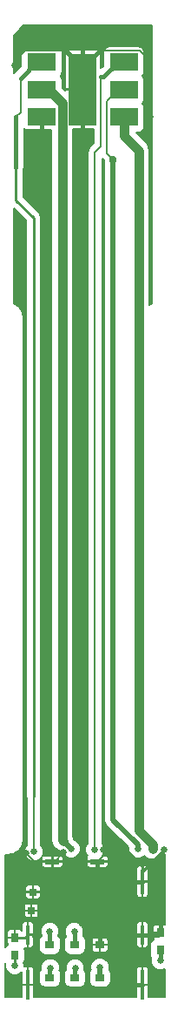
<source format=gtl>
G04 #@! TF.FileFunction,Copper,L1,Top,Signal*
%FSLAX46Y46*%
G04 Gerber Fmt 4.6, Leading zero omitted, Abs format (unit mm)*
G04 Created by KiCad (PCBNEW 4.0.2-stable) date 11/15/2017 1:36:56 PM*
%MOMM*%
G01*
G04 APERTURE LIST*
%ADD10C,0.050000*%
%ADD11R,2.800000X7.000000*%
%ADD12R,2.800000X1.800000*%
%ADD13R,0.800000X0.875000*%
%ADD14R,0.900000X0.700000*%
%ADD15R,0.450000X2.900000*%
%ADD16R,0.450000X1.900000*%
%ADD17R,0.450000X2.400000*%
%ADD18R,1.400000X0.500000*%
%ADD19R,0.750000X0.700000*%
%ADD20R,0.700000X0.700000*%
%ADD21C,0.635000*%
%ADD22C,0.203200*%
%ADD23C,0.254000*%
%ADD24C,0.508000*%
%ADD25C,0.381000*%
%ADD26C,0.152400*%
%ADD27C,0.889000*%
%ADD28C,0.635000*%
G04 APERTURE END LIST*
D10*
D11*
X35085142Y-30132015D03*
D12*
X39085142Y-32810215D03*
X39085142Y-30132015D03*
X39085142Y-27450215D03*
X31085142Y-27450215D03*
X31085142Y-30132015D03*
X31085142Y-32810215D03*
D13*
X42657382Y-112015335D03*
X42657382Y-113715335D03*
X28443542Y-112516615D03*
X28443542Y-114216615D03*
D14*
X34316542Y-116395215D03*
X36756542Y-116395215D03*
X31876542Y-116395215D03*
X34316542Y-113225215D03*
X31876542Y-113225215D03*
X36756542Y-113225215D03*
D15*
X29721542Y-117095215D03*
D16*
X29721542Y-112245215D03*
D15*
X40896542Y-117095215D03*
D16*
X40896542Y-112245215D03*
D17*
X40896542Y-107095215D03*
D18*
X36516542Y-105145215D03*
X32116542Y-105145215D03*
D19*
X30221542Y-108095215D03*
D20*
X30062542Y-109895215D03*
D21*
X33218742Y-104234415D03*
X39263942Y-103929615D03*
X43023142Y-103955015D03*
X37104508Y-103953391D03*
X36546142Y-106012415D03*
X39619542Y-107130015D03*
X36774742Y-111803615D03*
X29517247Y-104287681D03*
X31059742Y-109924015D03*
X30475542Y-112489415D03*
X30551742Y-116807415D03*
X39721142Y-112286215D03*
X39746542Y-117086815D03*
X42743742Y-110914615D03*
X41626142Y-32809615D03*
X41524542Y-30269615D03*
X41499142Y-27450215D03*
X35067862Y-35461375D03*
X31069902Y-35369935D03*
X28453702Y-27800735D03*
X38994702Y-24803535D03*
X30978462Y-24996575D03*
X35108502Y-24635895D03*
X28443542Y-115258015D03*
X33929942Y-103878815D03*
X34260142Y-111956015D03*
X41905542Y-103904215D03*
X36774742Y-115435815D03*
X42667542Y-114775415D03*
X30297742Y-104183615D03*
X31872542Y-111956015D03*
X40432342Y-103904215D03*
X34336342Y-115486615D03*
X36266742Y-103980415D03*
X31897942Y-115461215D03*
D22*
X32116542Y-105145215D02*
X32307942Y-105145215D01*
X32307942Y-105145215D02*
X33218742Y-104234415D01*
D23*
X40896542Y-107095215D02*
X40896542Y-105562215D01*
X40896542Y-105562215D02*
X39263942Y-103929615D01*
X40896542Y-107095215D02*
X40896542Y-106120215D01*
X40896542Y-106120215D02*
X43023142Y-103993615D01*
X43023142Y-103993615D02*
X43023142Y-103955015D01*
D24*
X32116542Y-105145215D02*
X32431066Y-105145215D01*
D22*
X36516542Y-105145215D02*
X37104508Y-104557249D01*
X37104508Y-104557249D02*
X37104508Y-103953391D01*
D25*
X36516542Y-105145215D02*
X36516542Y-105982815D01*
X36516542Y-105982815D02*
X36546142Y-106012415D01*
X40896542Y-107095215D02*
X39654342Y-107095215D01*
X39654342Y-107095215D02*
X39619542Y-107130015D01*
X36756542Y-113225215D02*
X36756542Y-111821815D01*
X36756542Y-111821815D02*
X36774742Y-111803615D01*
D22*
X30221542Y-108095215D02*
X30221542Y-104991976D01*
X30221542Y-104991976D02*
X29517247Y-104287681D01*
X30062542Y-109895215D02*
X31030942Y-109895215D01*
X31030942Y-109895215D02*
X31059742Y-109924015D01*
X29721542Y-112245215D02*
X30231342Y-112245215D01*
X30231342Y-112245215D02*
X30475542Y-112489415D01*
X29721542Y-117095215D02*
X30263942Y-117095215D01*
X30263942Y-117095215D02*
X30551742Y-116807415D01*
D23*
X28443542Y-112516615D02*
X29450142Y-112516615D01*
X29450142Y-112516615D02*
X29721542Y-112245215D01*
D25*
X40896542Y-112245215D02*
X39762142Y-112245215D01*
X39762142Y-112245215D02*
X39721142Y-112286215D01*
X40896542Y-117095215D02*
X39754942Y-117095215D01*
X39754942Y-117095215D02*
X39746542Y-117086815D01*
X40896542Y-112245215D02*
X42427502Y-112245215D01*
X42427502Y-112245215D02*
X42657382Y-112015335D01*
X42631982Y-109993335D02*
X42631982Y-110802855D01*
X42631982Y-110802855D02*
X42743742Y-110914615D01*
X42657382Y-112015335D02*
X42657382Y-111000975D01*
X42657382Y-111000975D02*
X42743742Y-110914615D01*
D26*
X41524542Y-30269615D02*
X41524542Y-32708015D01*
X41524542Y-32708015D02*
X41626142Y-32809615D01*
X35085142Y-28032015D02*
X36795543Y-26321614D01*
X36795543Y-26321614D02*
X40675341Y-26321614D01*
X40675341Y-26321614D02*
X41829342Y-27475615D01*
D25*
X35085142Y-30132015D02*
X35085142Y-35444095D01*
X35085142Y-35444095D02*
X35067862Y-35461375D01*
X31085142Y-32810215D02*
X31085142Y-35354695D01*
X31085142Y-35354695D02*
X31069902Y-35369935D01*
X35085142Y-28032015D02*
X33260441Y-26207314D01*
X33260441Y-26207314D02*
X29410821Y-26207314D01*
X29410821Y-26207314D02*
X28453702Y-27164433D01*
X28453702Y-27164433D02*
X28453702Y-27800735D01*
X35085142Y-28032015D02*
X38313622Y-24803535D01*
X38313622Y-24803535D02*
X38994702Y-24803535D01*
X35085142Y-30132015D02*
X35085142Y-28032015D01*
X35085142Y-28032015D02*
X32049702Y-24996575D01*
X32049702Y-24996575D02*
X31548724Y-24996575D01*
X31548724Y-24996575D02*
X30978462Y-24996575D01*
X35085142Y-30132015D02*
X35085142Y-24659255D01*
X35085142Y-24659255D02*
X35108502Y-24635895D01*
X34316542Y-113225215D02*
X34316542Y-112012415D01*
X34316542Y-112012415D02*
X34260142Y-111956015D01*
D23*
X28443542Y-114216615D02*
X28443542Y-115258015D01*
D27*
X33215241Y-103164114D02*
X33082043Y-103030916D01*
X31781364Y-30132015D02*
X31085142Y-30132015D01*
X33082043Y-103030916D02*
X33082043Y-31432694D01*
X33082043Y-31432694D02*
X31781364Y-30132015D01*
D24*
X33929942Y-103878815D02*
X33215241Y-103164114D01*
D28*
X33215241Y-31762114D02*
X31585142Y-30132015D01*
X31585142Y-30132015D02*
X31085142Y-30132015D01*
D25*
X31085142Y-30132015D02*
X30585142Y-30132015D01*
D27*
X40541981Y-38931015D02*
X40541981Y-37563976D01*
X40541981Y-102091642D02*
X40541981Y-38931015D01*
X39085142Y-34599215D02*
X40127542Y-35641615D01*
X40541981Y-38931015D02*
X40541981Y-36056054D01*
X40541981Y-36056054D02*
X40127542Y-35641615D01*
X41905542Y-103904215D02*
X41905542Y-103455203D01*
X41905542Y-103455203D02*
X40541981Y-102091642D01*
D24*
X36756542Y-116395215D02*
X36756542Y-115454015D01*
X36756542Y-115454015D02*
X36774742Y-115435815D01*
D25*
X42657382Y-114765255D02*
X42667542Y-114775415D01*
X42657382Y-113715335D02*
X42657382Y-114765255D01*
D27*
X39085142Y-32810215D02*
X39085142Y-34599215D01*
D25*
X29010342Y-29025015D02*
X30585142Y-27450215D01*
X28575622Y-37661015D02*
X28575622Y-32784215D01*
D22*
X29010342Y-29025015D02*
X29010342Y-32349495D01*
X29010342Y-32349495D02*
X28575622Y-32784215D01*
D23*
X30272342Y-97960615D02*
X30272342Y-98544815D01*
X30272342Y-98544815D02*
X30272342Y-98824215D01*
D22*
X30297742Y-104183615D02*
X30297742Y-98570215D01*
X30297742Y-98570215D02*
X30272342Y-98544815D01*
D25*
X31876542Y-113225215D02*
X31876542Y-111960015D01*
X31876542Y-111960015D02*
X31872542Y-111956015D01*
D23*
X30272342Y-42563215D02*
X30272342Y-97960615D01*
X28575622Y-40866495D02*
X30272342Y-42563215D01*
X28575622Y-37661015D02*
X28575622Y-40866495D01*
D25*
X30585142Y-27450215D02*
X31085142Y-27450215D01*
D24*
X40432342Y-103904215D02*
X40432342Y-103455203D01*
X40432342Y-103455203D02*
X38054902Y-101077763D01*
X38054902Y-101077763D02*
X38054902Y-36954895D01*
D25*
X34316542Y-116395215D02*
X34316542Y-115506415D01*
X34316542Y-115506415D02*
X34336342Y-115486615D01*
D28*
X38054902Y-36954895D02*
X38054902Y-36985375D01*
D26*
X37456541Y-36356534D02*
X38054902Y-36954895D01*
X39085142Y-30132015D02*
X38585142Y-30132015D01*
X38585142Y-30132015D02*
X37456541Y-31260616D01*
X37456541Y-31260616D02*
X37456541Y-36356534D01*
X36828043Y-35672234D02*
X36769662Y-35730615D01*
D22*
X36266742Y-103980415D02*
X36266742Y-36233535D01*
X36266742Y-36233535D02*
X36769662Y-35730615D01*
D25*
X31876542Y-116395215D02*
X31876542Y-115482615D01*
X31876542Y-115482615D02*
X31897942Y-115461215D01*
D26*
X36828043Y-28915834D02*
X36828043Y-35672234D01*
D25*
X36828043Y-28915834D02*
X37119523Y-28915834D01*
X37119523Y-28915834D02*
X38585142Y-27450215D01*
X38585142Y-27450215D02*
X39085142Y-27450215D01*
D22*
G36*
X41787742Y-50920329D02*
X41588081Y-51053738D01*
X41588081Y-36056054D01*
X41508451Y-35655729D01*
X41460432Y-35583863D01*
X41281685Y-35316349D01*
X40867248Y-34901913D01*
X40867246Y-34901910D01*
X40288936Y-34323601D01*
X40485142Y-34323601D01*
X40708082Y-34281652D01*
X40912838Y-34149895D01*
X41050202Y-33948857D01*
X41098528Y-33710215D01*
X41098528Y-31910215D01*
X41056579Y-31687275D01*
X40924822Y-31482519D01*
X40910851Y-31472973D01*
X40912838Y-31471695D01*
X41050202Y-31270657D01*
X41098528Y-31032015D01*
X41098528Y-29232015D01*
X41056579Y-29009075D01*
X40924822Y-28804319D01*
X40908138Y-28792919D01*
X40912838Y-28789895D01*
X41050202Y-28588857D01*
X41098528Y-28350215D01*
X41098528Y-26550215D01*
X41056579Y-26327275D01*
X40924822Y-26122519D01*
X40723784Y-25985155D01*
X40485142Y-25936829D01*
X37685142Y-25936829D01*
X37462202Y-25978778D01*
X37257446Y-26110535D01*
X37120082Y-26311573D01*
X37071756Y-26550215D01*
X37071756Y-27843403D01*
X36840742Y-28074417D01*
X36840742Y-26561282D01*
X36786605Y-26430584D01*
X36686573Y-26330552D01*
X36555875Y-26276415D01*
X35199442Y-26276415D01*
X35110542Y-26365315D01*
X35110542Y-30106615D01*
X35130542Y-30106615D01*
X35130542Y-30157415D01*
X35110542Y-30157415D01*
X35110542Y-33898715D01*
X35199442Y-33987615D01*
X36150243Y-33987615D01*
X36150243Y-35355559D01*
X35769505Y-35736298D01*
X35617070Y-35964432D01*
X35563542Y-36233535D01*
X35563542Y-103383718D01*
X35488021Y-103459107D01*
X35347802Y-103796793D01*
X35347483Y-104162433D01*
X35487113Y-104500363D01*
X35597710Y-104611153D01*
X35515079Y-104693784D01*
X35460942Y-104824482D01*
X35460942Y-105030915D01*
X35549842Y-105119815D01*
X36491142Y-105119815D01*
X36491142Y-105099815D01*
X36541942Y-105099815D01*
X36541942Y-105119815D01*
X37483242Y-105119815D01*
X37572142Y-105030915D01*
X37572142Y-104824482D01*
X37518005Y-104693784D01*
X37417973Y-104593752D01*
X37287275Y-104539615D01*
X37007505Y-104539615D01*
X37045463Y-104501723D01*
X37185682Y-104164037D01*
X37186001Y-103798397D01*
X37046371Y-103460467D01*
X36969942Y-103383904D01*
X36969942Y-36824853D01*
X36977264Y-36835811D01*
X37138030Y-36996577D01*
X37199302Y-37304612D01*
X37199302Y-101077758D01*
X37199301Y-101077763D01*
X37264431Y-101405187D01*
X37449901Y-101682764D01*
X39513380Y-103746242D01*
X39513083Y-104086233D01*
X39652713Y-104424163D01*
X39911034Y-104682936D01*
X40248720Y-104823155D01*
X40614360Y-104823474D01*
X40952290Y-104683844D01*
X41096395Y-104539991D01*
X41165838Y-104643919D01*
X41505217Y-104870685D01*
X41905542Y-104950315D01*
X42305867Y-104870685D01*
X42645246Y-104643919D01*
X42760411Y-104471563D01*
X43060051Y-104411961D01*
X43058969Y-111222235D01*
X42771682Y-111222235D01*
X42682782Y-111311135D01*
X42682782Y-111989935D01*
X42702782Y-111989935D01*
X42702782Y-112040735D01*
X42682782Y-112040735D01*
X42682782Y-112060735D01*
X42631982Y-112060735D01*
X42631982Y-112040735D01*
X41990682Y-112040735D01*
X41901782Y-112129635D01*
X41901782Y-112523568D01*
X41955919Y-112654266D01*
X42018384Y-112716731D01*
X41829686Y-112838155D01*
X41692322Y-113039193D01*
X41643996Y-113277835D01*
X41643996Y-114152835D01*
X41685945Y-114375775D01*
X41778546Y-114519680D01*
X41748602Y-114591793D01*
X41748283Y-114957433D01*
X41887913Y-115295363D01*
X42146234Y-115554136D01*
X42483920Y-115694355D01*
X42849560Y-115694674D01*
X43058272Y-115608436D01*
X43057850Y-118264415D01*
X41477142Y-118264415D01*
X41477142Y-117209515D01*
X41388242Y-117120615D01*
X40921942Y-117120615D01*
X40921942Y-117140615D01*
X40871142Y-117140615D01*
X40871142Y-117120615D01*
X40404842Y-117120615D01*
X40315942Y-117209515D01*
X40315942Y-118264415D01*
X30302142Y-118264415D01*
X30302142Y-117209515D01*
X30213242Y-117120615D01*
X29746942Y-117120615D01*
X29746942Y-117140615D01*
X29696142Y-117140615D01*
X29696142Y-117120615D01*
X29229842Y-117120615D01*
X29140942Y-117209515D01*
X29140942Y-118264415D01*
X27519512Y-118264415D01*
X27517403Y-114947451D01*
X27553816Y-115004037D01*
X27524602Y-115074393D01*
X27524283Y-115440033D01*
X27663913Y-115777963D01*
X27922234Y-116036736D01*
X28259920Y-116176955D01*
X28625560Y-116177274D01*
X28963490Y-116037644D01*
X29140942Y-115860502D01*
X29140942Y-116980915D01*
X29229842Y-117069815D01*
X29696142Y-117069815D01*
X29696142Y-115378515D01*
X29746942Y-115378515D01*
X29746942Y-117069815D01*
X30213242Y-117069815D01*
X30302142Y-116980915D01*
X30302142Y-116045215D01*
X30813156Y-116045215D01*
X30813156Y-116745215D01*
X30855105Y-116968155D01*
X30986862Y-117172911D01*
X31187900Y-117310275D01*
X31426542Y-117358601D01*
X32326542Y-117358601D01*
X32549482Y-117316652D01*
X32754238Y-117184895D01*
X32891602Y-116983857D01*
X32939928Y-116745215D01*
X32939928Y-116045215D01*
X33253156Y-116045215D01*
X33253156Y-116745215D01*
X33295105Y-116968155D01*
X33426862Y-117172911D01*
X33627900Y-117310275D01*
X33866542Y-117358601D01*
X34766542Y-117358601D01*
X34989482Y-117316652D01*
X35194238Y-117184895D01*
X35331602Y-116983857D01*
X35379928Y-116745215D01*
X35379928Y-116045215D01*
X35693156Y-116045215D01*
X35693156Y-116745215D01*
X35735105Y-116968155D01*
X35866862Y-117172911D01*
X36067900Y-117310275D01*
X36306542Y-117358601D01*
X37206542Y-117358601D01*
X37429482Y-117316652D01*
X37634238Y-117184895D01*
X37771602Y-116983857D01*
X37819928Y-116745215D01*
X37819928Y-116045215D01*
X37777979Y-115822275D01*
X37675552Y-115663099D01*
X37693682Y-115619437D01*
X37693721Y-115574482D01*
X40315942Y-115574482D01*
X40315942Y-116980915D01*
X40404842Y-117069815D01*
X40871142Y-117069815D01*
X40871142Y-115378515D01*
X40921942Y-115378515D01*
X40921942Y-117069815D01*
X41388242Y-117069815D01*
X41477142Y-116980915D01*
X41477142Y-115574482D01*
X41423005Y-115443784D01*
X41322973Y-115343752D01*
X41192275Y-115289615D01*
X41010842Y-115289615D01*
X40921942Y-115378515D01*
X40871142Y-115378515D01*
X40782242Y-115289615D01*
X40600809Y-115289615D01*
X40470111Y-115343752D01*
X40370079Y-115443784D01*
X40315942Y-115574482D01*
X37693721Y-115574482D01*
X37694001Y-115253797D01*
X37554371Y-114915867D01*
X37296050Y-114657094D01*
X36958364Y-114516875D01*
X36592724Y-114516556D01*
X36254794Y-114656186D01*
X35996021Y-114914507D01*
X35855802Y-115252193D01*
X35855483Y-115617833D01*
X35861121Y-115631477D01*
X35741482Y-115806573D01*
X35693156Y-116045215D01*
X35379928Y-116045215D01*
X35337979Y-115822275D01*
X35249345Y-115684534D01*
X35255282Y-115670237D01*
X35255601Y-115304597D01*
X35115971Y-114966667D01*
X34857650Y-114707894D01*
X34519964Y-114567675D01*
X34154324Y-114567356D01*
X33816394Y-114706986D01*
X33557621Y-114965307D01*
X33417402Y-115302993D01*
X33417110Y-115637346D01*
X33301482Y-115806573D01*
X33253156Y-116045215D01*
X32939928Y-116045215D01*
X32897979Y-115822275D01*
X32803907Y-115676084D01*
X32816882Y-115644837D01*
X32817201Y-115279197D01*
X32677571Y-114941267D01*
X32419250Y-114682494D01*
X32081564Y-114542275D01*
X31715924Y-114541956D01*
X31377994Y-114681586D01*
X31119221Y-114939907D01*
X30979002Y-115277593D01*
X30978690Y-115635034D01*
X30861482Y-115806573D01*
X30813156Y-116045215D01*
X30302142Y-116045215D01*
X30302142Y-115574482D01*
X30248005Y-115443784D01*
X30147973Y-115343752D01*
X30017275Y-115289615D01*
X29835842Y-115289615D01*
X29746942Y-115378515D01*
X29696142Y-115378515D01*
X29607242Y-115289615D01*
X29425809Y-115289615D01*
X29362592Y-115315800D01*
X29362801Y-115075997D01*
X29332879Y-115003581D01*
X29408602Y-114892757D01*
X29456928Y-114654115D01*
X29456928Y-113779115D01*
X29414979Y-113556175D01*
X29406341Y-113542751D01*
X29425809Y-113550815D01*
X29607242Y-113550815D01*
X29696142Y-113461915D01*
X29696142Y-112270615D01*
X29746942Y-112270615D01*
X29746942Y-113461915D01*
X29835842Y-113550815D01*
X30017275Y-113550815D01*
X30147973Y-113496678D01*
X30248005Y-113396646D01*
X30302142Y-113265948D01*
X30302142Y-112875215D01*
X30813156Y-112875215D01*
X30813156Y-113575215D01*
X30855105Y-113798155D01*
X30986862Y-114002911D01*
X31187900Y-114140275D01*
X31426542Y-114188601D01*
X32326542Y-114188601D01*
X32549482Y-114146652D01*
X32754238Y-114014895D01*
X32891602Y-113813857D01*
X32939928Y-113575215D01*
X32939928Y-112875215D01*
X33253156Y-112875215D01*
X33253156Y-113575215D01*
X33295105Y-113798155D01*
X33426862Y-114002911D01*
X33627900Y-114140275D01*
X33866542Y-114188601D01*
X34766542Y-114188601D01*
X34989482Y-114146652D01*
X35194238Y-114014895D01*
X35331602Y-113813857D01*
X35379928Y-113575215D01*
X35379928Y-113339515D01*
X35950942Y-113339515D01*
X35950942Y-113645948D01*
X36005079Y-113776646D01*
X36105111Y-113876678D01*
X36235809Y-113930815D01*
X36642242Y-113930815D01*
X36731142Y-113841915D01*
X36731142Y-113250615D01*
X36781942Y-113250615D01*
X36781942Y-113841915D01*
X36870842Y-113930815D01*
X37277275Y-113930815D01*
X37407973Y-113876678D01*
X37508005Y-113776646D01*
X37562142Y-113645948D01*
X37562142Y-113339515D01*
X37473242Y-113250615D01*
X36781942Y-113250615D01*
X36731142Y-113250615D01*
X36039842Y-113250615D01*
X35950942Y-113339515D01*
X35379928Y-113339515D01*
X35379928Y-112875215D01*
X35366619Y-112804482D01*
X35950942Y-112804482D01*
X35950942Y-113110915D01*
X36039842Y-113199815D01*
X36731142Y-113199815D01*
X36731142Y-112608515D01*
X36781942Y-112608515D01*
X36781942Y-113199815D01*
X37473242Y-113199815D01*
X37562142Y-113110915D01*
X37562142Y-112804482D01*
X37508005Y-112673784D01*
X37407973Y-112573752D01*
X37277275Y-112519615D01*
X36870842Y-112519615D01*
X36781942Y-112608515D01*
X36731142Y-112608515D01*
X36642242Y-112519615D01*
X36235809Y-112519615D01*
X36105111Y-112573752D01*
X36005079Y-112673784D01*
X35950942Y-112804482D01*
X35366619Y-112804482D01*
X35337979Y-112652275D01*
X35206222Y-112447519D01*
X35108642Y-112380845D01*
X35108642Y-112359515D01*
X40315942Y-112359515D01*
X40315942Y-113265948D01*
X40370079Y-113396646D01*
X40470111Y-113496678D01*
X40600809Y-113550815D01*
X40782242Y-113550815D01*
X40871142Y-113461915D01*
X40871142Y-112270615D01*
X40921942Y-112270615D01*
X40921942Y-113461915D01*
X41010842Y-113550815D01*
X41192275Y-113550815D01*
X41322973Y-113496678D01*
X41423005Y-113396646D01*
X41477142Y-113265948D01*
X41477142Y-112359515D01*
X41388242Y-112270615D01*
X40921942Y-112270615D01*
X40871142Y-112270615D01*
X40404842Y-112270615D01*
X40315942Y-112359515D01*
X35108642Y-112359515D01*
X35108642Y-112309276D01*
X35179082Y-112139637D01*
X35179401Y-111773997D01*
X35039771Y-111436067D01*
X34828556Y-111224482D01*
X40315942Y-111224482D01*
X40315942Y-112130915D01*
X40404842Y-112219815D01*
X40871142Y-112219815D01*
X40871142Y-111028515D01*
X40921942Y-111028515D01*
X40921942Y-112219815D01*
X41388242Y-112219815D01*
X41477142Y-112130915D01*
X41477142Y-111507102D01*
X41901782Y-111507102D01*
X41901782Y-111901035D01*
X41990682Y-111989935D01*
X42631982Y-111989935D01*
X42631982Y-111311135D01*
X42543082Y-111222235D01*
X42186649Y-111222235D01*
X42055951Y-111276372D01*
X41955919Y-111376404D01*
X41901782Y-111507102D01*
X41477142Y-111507102D01*
X41477142Y-111224482D01*
X41423005Y-111093784D01*
X41322973Y-110993752D01*
X41192275Y-110939615D01*
X41010842Y-110939615D01*
X40921942Y-111028515D01*
X40871142Y-111028515D01*
X40782242Y-110939615D01*
X40600809Y-110939615D01*
X40470111Y-110993752D01*
X40370079Y-111093784D01*
X40315942Y-111224482D01*
X34828556Y-111224482D01*
X34781450Y-111177294D01*
X34443764Y-111037075D01*
X34078124Y-111036756D01*
X33740194Y-111176386D01*
X33481421Y-111434707D01*
X33341202Y-111772393D01*
X33340883Y-112138033D01*
X33458565Y-112422846D01*
X33438846Y-112435535D01*
X33301482Y-112636573D01*
X33253156Y-112875215D01*
X32939928Y-112875215D01*
X32897979Y-112652275D01*
X32766222Y-112447519D01*
X32686311Y-112392918D01*
X32791482Y-112139637D01*
X32791801Y-111773997D01*
X32652171Y-111436067D01*
X32393850Y-111177294D01*
X32056164Y-111037075D01*
X31690524Y-111036756D01*
X31352594Y-111176386D01*
X31093821Y-111434707D01*
X30953602Y-111772393D01*
X30953283Y-112138033D01*
X31059959Y-112396210D01*
X30998846Y-112435535D01*
X30861482Y-112636573D01*
X30813156Y-112875215D01*
X30302142Y-112875215D01*
X30302142Y-112359515D01*
X30213242Y-112270615D01*
X29746942Y-112270615D01*
X29696142Y-112270615D01*
X29676142Y-112270615D01*
X29676142Y-112219815D01*
X29696142Y-112219815D01*
X29696142Y-111028515D01*
X29746942Y-111028515D01*
X29746942Y-112219815D01*
X30213242Y-112219815D01*
X30302142Y-112130915D01*
X30302142Y-111224482D01*
X30248005Y-111093784D01*
X30147973Y-110993752D01*
X30017275Y-110939615D01*
X29835842Y-110939615D01*
X29746942Y-111028515D01*
X29696142Y-111028515D01*
X29607242Y-110939615D01*
X29425809Y-110939615D01*
X29295111Y-110993752D01*
X29195079Y-111093784D01*
X29140942Y-111224482D01*
X29140942Y-111873621D01*
X29044973Y-111777652D01*
X28914275Y-111723515D01*
X28557842Y-111723515D01*
X28468942Y-111812415D01*
X28468942Y-112491215D01*
X28488942Y-112491215D01*
X28488942Y-112542015D01*
X28468942Y-112542015D01*
X28468942Y-112562015D01*
X28418142Y-112562015D01*
X28418142Y-112542015D01*
X27776842Y-112542015D01*
X27687942Y-112630915D01*
X27687942Y-113024848D01*
X27742079Y-113155546D01*
X27804544Y-113218011D01*
X27615846Y-113339435D01*
X27516474Y-113484871D01*
X27515536Y-112008382D01*
X27687942Y-112008382D01*
X27687942Y-112402315D01*
X27776842Y-112491215D01*
X28418142Y-112491215D01*
X28418142Y-111812415D01*
X28329242Y-111723515D01*
X27972809Y-111723515D01*
X27842111Y-111777652D01*
X27742079Y-111877684D01*
X27687942Y-112008382D01*
X27515536Y-112008382D01*
X27514265Y-110009515D01*
X29356942Y-110009515D01*
X29356942Y-110315948D01*
X29411079Y-110446646D01*
X29511111Y-110546678D01*
X29641809Y-110600815D01*
X29948242Y-110600815D01*
X30037142Y-110511915D01*
X30037142Y-109920615D01*
X30087942Y-109920615D01*
X30087942Y-110511915D01*
X30176842Y-110600815D01*
X30483275Y-110600815D01*
X30613973Y-110546678D01*
X30714005Y-110446646D01*
X30768142Y-110315948D01*
X30768142Y-110009515D01*
X30679242Y-109920615D01*
X30087942Y-109920615D01*
X30037142Y-109920615D01*
X29445842Y-109920615D01*
X29356942Y-110009515D01*
X27514265Y-110009515D01*
X27513925Y-109474482D01*
X29356942Y-109474482D01*
X29356942Y-109780915D01*
X29445842Y-109869815D01*
X30037142Y-109869815D01*
X30037142Y-109278515D01*
X30087942Y-109278515D01*
X30087942Y-109869815D01*
X30679242Y-109869815D01*
X30768142Y-109780915D01*
X30768142Y-109474482D01*
X30714005Y-109343784D01*
X30613973Y-109243752D01*
X30483275Y-109189615D01*
X30176842Y-109189615D01*
X30087942Y-109278515D01*
X30037142Y-109278515D01*
X29948242Y-109189615D01*
X29641809Y-109189615D01*
X29511111Y-109243752D01*
X29411079Y-109343784D01*
X29356942Y-109474482D01*
X27513925Y-109474482D01*
X27513121Y-108209515D01*
X29490942Y-108209515D01*
X29490942Y-108515948D01*
X29545079Y-108646646D01*
X29645111Y-108746678D01*
X29775809Y-108800815D01*
X30107242Y-108800815D01*
X30196142Y-108711915D01*
X30196142Y-108120615D01*
X30246942Y-108120615D01*
X30246942Y-108711915D01*
X30335842Y-108800815D01*
X30667275Y-108800815D01*
X30797973Y-108746678D01*
X30898005Y-108646646D01*
X30952142Y-108515948D01*
X30952142Y-108209515D01*
X30863242Y-108120615D01*
X30246942Y-108120615D01*
X30196142Y-108120615D01*
X29579842Y-108120615D01*
X29490942Y-108209515D01*
X27513121Y-108209515D01*
X27512781Y-107674482D01*
X29490942Y-107674482D01*
X29490942Y-107980915D01*
X29579842Y-108069815D01*
X30196142Y-108069815D01*
X30196142Y-107478515D01*
X30246942Y-107478515D01*
X30246942Y-108069815D01*
X30863242Y-108069815D01*
X30952142Y-107980915D01*
X30952142Y-107674482D01*
X30898005Y-107543784D01*
X30797973Y-107443752D01*
X30667275Y-107389615D01*
X30335842Y-107389615D01*
X30246942Y-107478515D01*
X30196142Y-107478515D01*
X30107242Y-107389615D01*
X29775809Y-107389615D01*
X29645111Y-107443752D01*
X29545079Y-107543784D01*
X29490942Y-107674482D01*
X27512781Y-107674482D01*
X27512486Y-107209515D01*
X40315942Y-107209515D01*
X40315942Y-108365948D01*
X40370079Y-108496646D01*
X40470111Y-108596678D01*
X40600809Y-108650815D01*
X40782242Y-108650815D01*
X40871142Y-108561915D01*
X40871142Y-107120615D01*
X40921942Y-107120615D01*
X40921942Y-108561915D01*
X41010842Y-108650815D01*
X41192275Y-108650815D01*
X41322973Y-108596678D01*
X41423005Y-108496646D01*
X41477142Y-108365948D01*
X41477142Y-107209515D01*
X41388242Y-107120615D01*
X40921942Y-107120615D01*
X40871142Y-107120615D01*
X40404842Y-107120615D01*
X40315942Y-107209515D01*
X27512486Y-107209515D01*
X27511605Y-105824482D01*
X40315942Y-105824482D01*
X40315942Y-106980915D01*
X40404842Y-107069815D01*
X40871142Y-107069815D01*
X40871142Y-105628515D01*
X40921942Y-105628515D01*
X40921942Y-107069815D01*
X41388242Y-107069815D01*
X41477142Y-106980915D01*
X41477142Y-105824482D01*
X41423005Y-105693784D01*
X41322973Y-105593752D01*
X41192275Y-105539615D01*
X41010842Y-105539615D01*
X40921942Y-105628515D01*
X40871142Y-105628515D01*
X40782242Y-105539615D01*
X40600809Y-105539615D01*
X40470111Y-105593752D01*
X40370079Y-105693784D01*
X40315942Y-105824482D01*
X27511605Y-105824482D01*
X27511245Y-105259515D01*
X31060942Y-105259515D01*
X31060942Y-105465948D01*
X31115079Y-105596646D01*
X31215111Y-105696678D01*
X31345809Y-105750815D01*
X32002242Y-105750815D01*
X32091142Y-105661915D01*
X32091142Y-105170615D01*
X32141942Y-105170615D01*
X32141942Y-105661915D01*
X32230842Y-105750815D01*
X32887275Y-105750815D01*
X33017973Y-105696678D01*
X33118005Y-105596646D01*
X33172142Y-105465948D01*
X33172142Y-105259515D01*
X35460942Y-105259515D01*
X35460942Y-105465948D01*
X35515079Y-105596646D01*
X35615111Y-105696678D01*
X35745809Y-105750815D01*
X36402242Y-105750815D01*
X36491142Y-105661915D01*
X36491142Y-105170615D01*
X36541942Y-105170615D01*
X36541942Y-105661915D01*
X36630842Y-105750815D01*
X37287275Y-105750815D01*
X37417973Y-105696678D01*
X37518005Y-105596646D01*
X37572142Y-105465948D01*
X37572142Y-105259515D01*
X37483242Y-105170615D01*
X36541942Y-105170615D01*
X36491142Y-105170615D01*
X35549842Y-105170615D01*
X35460942Y-105259515D01*
X33172142Y-105259515D01*
X33083242Y-105170615D01*
X32141942Y-105170615D01*
X32091142Y-105170615D01*
X31149842Y-105170615D01*
X31060942Y-105259515D01*
X27511245Y-105259515D01*
X27510740Y-104466028D01*
X27706942Y-104505055D01*
X28319848Y-104383140D01*
X28839444Y-104035957D01*
X29186627Y-103516361D01*
X29308542Y-102903455D01*
X29308542Y-52332055D01*
X29186627Y-51719149D01*
X28839444Y-51199553D01*
X28383542Y-50894929D01*
X28383542Y-41704811D01*
X29543742Y-42865011D01*
X29543742Y-98824215D01*
X29594542Y-99079605D01*
X29594542Y-103586918D01*
X29519021Y-103662307D01*
X29378802Y-103999993D01*
X29378483Y-104365633D01*
X29518113Y-104703563D01*
X29776434Y-104962336D01*
X30114120Y-105102555D01*
X30479760Y-105102874D01*
X30817690Y-104963244D01*
X30956694Y-104824482D01*
X31060942Y-104824482D01*
X31060942Y-105030915D01*
X31149842Y-105119815D01*
X32091142Y-105119815D01*
X32091142Y-104628515D01*
X32141942Y-104628515D01*
X32141942Y-105119815D01*
X33083242Y-105119815D01*
X33172142Y-105030915D01*
X33172142Y-104824482D01*
X33118005Y-104693784D01*
X33017973Y-104593752D01*
X32887275Y-104539615D01*
X32230842Y-104539615D01*
X32141942Y-104628515D01*
X32091142Y-104628515D01*
X32002242Y-104539615D01*
X31345809Y-104539615D01*
X31215111Y-104593752D01*
X31115079Y-104693784D01*
X31060942Y-104824482D01*
X30956694Y-104824482D01*
X31076463Y-104704923D01*
X31216682Y-104367237D01*
X31217001Y-104001597D01*
X31077371Y-103663667D01*
X31000942Y-103587104D01*
X31000942Y-42563215D01*
X30945481Y-42284392D01*
X30787540Y-42048017D01*
X29304222Y-40564699D01*
X29304222Y-37968936D01*
X29307427Y-37964139D01*
X29367722Y-37661015D01*
X29367722Y-33873122D01*
X29383679Y-33911646D01*
X29483711Y-34011678D01*
X29614409Y-34065815D01*
X30970842Y-34065815D01*
X31059742Y-33976915D01*
X31059742Y-32835615D01*
X31039742Y-32835615D01*
X31039742Y-32784815D01*
X31059742Y-32784815D01*
X31059742Y-32764815D01*
X31110542Y-32764815D01*
X31110542Y-32784815D01*
X31130542Y-32784815D01*
X31130542Y-32835615D01*
X31110542Y-32835615D01*
X31110542Y-33976915D01*
X31199442Y-34065815D01*
X32035943Y-34065815D01*
X32035943Y-103030916D01*
X32101177Y-103358867D01*
X32115573Y-103431241D01*
X32342339Y-103770620D01*
X32475536Y-103903818D01*
X32814916Y-104130584D01*
X33010641Y-104169516D01*
X33087240Y-104246114D01*
X33150313Y-104398763D01*
X33408634Y-104657536D01*
X33746320Y-104797755D01*
X34111960Y-104798074D01*
X34449890Y-104658444D01*
X34708663Y-104400123D01*
X34848882Y-104062437D01*
X34849201Y-103696797D01*
X34709571Y-103358867D01*
X34451250Y-103100094D01*
X34297295Y-103036166D01*
X34220643Y-102959514D01*
X34181711Y-102763789D01*
X34128143Y-102683619D01*
X34128143Y-33987615D01*
X34970842Y-33987615D01*
X35059742Y-33898715D01*
X35059742Y-30157415D01*
X33418442Y-30157415D01*
X33352307Y-30223550D01*
X33098528Y-29969771D01*
X33098528Y-29232015D01*
X33056579Y-29009075D01*
X32924822Y-28804319D01*
X32908138Y-28792919D01*
X32912838Y-28789895D01*
X33050202Y-28588857D01*
X33098528Y-28350215D01*
X33098528Y-26561282D01*
X33329542Y-26561282D01*
X33329542Y-30017715D01*
X33418442Y-30106615D01*
X35059742Y-30106615D01*
X35059742Y-26365315D01*
X34970842Y-26276415D01*
X33614409Y-26276415D01*
X33483711Y-26330552D01*
X33383679Y-26430584D01*
X33329542Y-26561282D01*
X33098528Y-26561282D01*
X33098528Y-26550215D01*
X33056579Y-26327275D01*
X32924822Y-26122519D01*
X32723784Y-25985155D01*
X32485142Y-25936829D01*
X29685142Y-25936829D01*
X29462202Y-25978778D01*
X29257446Y-26110535D01*
X29120082Y-26311573D01*
X29071756Y-26550215D01*
X29071756Y-27843403D01*
X28450243Y-28464916D01*
X28383542Y-28564741D01*
X28383542Y-24940119D01*
X29304857Y-23910415D01*
X41787742Y-23910415D01*
X41787742Y-50920329D01*
X41787742Y-50920329D01*
G37*
X41787742Y-50920329D02*
X41588081Y-51053738D01*
X41588081Y-36056054D01*
X41508451Y-35655729D01*
X41460432Y-35583863D01*
X41281685Y-35316349D01*
X40867248Y-34901913D01*
X40867246Y-34901910D01*
X40288936Y-34323601D01*
X40485142Y-34323601D01*
X40708082Y-34281652D01*
X40912838Y-34149895D01*
X41050202Y-33948857D01*
X41098528Y-33710215D01*
X41098528Y-31910215D01*
X41056579Y-31687275D01*
X40924822Y-31482519D01*
X40910851Y-31472973D01*
X40912838Y-31471695D01*
X41050202Y-31270657D01*
X41098528Y-31032015D01*
X41098528Y-29232015D01*
X41056579Y-29009075D01*
X40924822Y-28804319D01*
X40908138Y-28792919D01*
X40912838Y-28789895D01*
X41050202Y-28588857D01*
X41098528Y-28350215D01*
X41098528Y-26550215D01*
X41056579Y-26327275D01*
X40924822Y-26122519D01*
X40723784Y-25985155D01*
X40485142Y-25936829D01*
X37685142Y-25936829D01*
X37462202Y-25978778D01*
X37257446Y-26110535D01*
X37120082Y-26311573D01*
X37071756Y-26550215D01*
X37071756Y-27843403D01*
X36840742Y-28074417D01*
X36840742Y-26561282D01*
X36786605Y-26430584D01*
X36686573Y-26330552D01*
X36555875Y-26276415D01*
X35199442Y-26276415D01*
X35110542Y-26365315D01*
X35110542Y-30106615D01*
X35130542Y-30106615D01*
X35130542Y-30157415D01*
X35110542Y-30157415D01*
X35110542Y-33898715D01*
X35199442Y-33987615D01*
X36150243Y-33987615D01*
X36150243Y-35355559D01*
X35769505Y-35736298D01*
X35617070Y-35964432D01*
X35563542Y-36233535D01*
X35563542Y-103383718D01*
X35488021Y-103459107D01*
X35347802Y-103796793D01*
X35347483Y-104162433D01*
X35487113Y-104500363D01*
X35597710Y-104611153D01*
X35515079Y-104693784D01*
X35460942Y-104824482D01*
X35460942Y-105030915D01*
X35549842Y-105119815D01*
X36491142Y-105119815D01*
X36491142Y-105099815D01*
X36541942Y-105099815D01*
X36541942Y-105119815D01*
X37483242Y-105119815D01*
X37572142Y-105030915D01*
X37572142Y-104824482D01*
X37518005Y-104693784D01*
X37417973Y-104593752D01*
X37287275Y-104539615D01*
X37007505Y-104539615D01*
X37045463Y-104501723D01*
X37185682Y-104164037D01*
X37186001Y-103798397D01*
X37046371Y-103460467D01*
X36969942Y-103383904D01*
X36969942Y-36824853D01*
X36977264Y-36835811D01*
X37138030Y-36996577D01*
X37199302Y-37304612D01*
X37199302Y-101077758D01*
X37199301Y-101077763D01*
X37264431Y-101405187D01*
X37449901Y-101682764D01*
X39513380Y-103746242D01*
X39513083Y-104086233D01*
X39652713Y-104424163D01*
X39911034Y-104682936D01*
X40248720Y-104823155D01*
X40614360Y-104823474D01*
X40952290Y-104683844D01*
X41096395Y-104539991D01*
X41165838Y-104643919D01*
X41505217Y-104870685D01*
X41905542Y-104950315D01*
X42305867Y-104870685D01*
X42645246Y-104643919D01*
X42760411Y-104471563D01*
X43060051Y-104411961D01*
X43058969Y-111222235D01*
X42771682Y-111222235D01*
X42682782Y-111311135D01*
X42682782Y-111989935D01*
X42702782Y-111989935D01*
X42702782Y-112040735D01*
X42682782Y-112040735D01*
X42682782Y-112060735D01*
X42631982Y-112060735D01*
X42631982Y-112040735D01*
X41990682Y-112040735D01*
X41901782Y-112129635D01*
X41901782Y-112523568D01*
X41955919Y-112654266D01*
X42018384Y-112716731D01*
X41829686Y-112838155D01*
X41692322Y-113039193D01*
X41643996Y-113277835D01*
X41643996Y-114152835D01*
X41685945Y-114375775D01*
X41778546Y-114519680D01*
X41748602Y-114591793D01*
X41748283Y-114957433D01*
X41887913Y-115295363D01*
X42146234Y-115554136D01*
X42483920Y-115694355D01*
X42849560Y-115694674D01*
X43058272Y-115608436D01*
X43057850Y-118264415D01*
X41477142Y-118264415D01*
X41477142Y-117209515D01*
X41388242Y-117120615D01*
X40921942Y-117120615D01*
X40921942Y-117140615D01*
X40871142Y-117140615D01*
X40871142Y-117120615D01*
X40404842Y-117120615D01*
X40315942Y-117209515D01*
X40315942Y-118264415D01*
X30302142Y-118264415D01*
X30302142Y-117209515D01*
X30213242Y-117120615D01*
X29746942Y-117120615D01*
X29746942Y-117140615D01*
X29696142Y-117140615D01*
X29696142Y-117120615D01*
X29229842Y-117120615D01*
X29140942Y-117209515D01*
X29140942Y-118264415D01*
X27519512Y-118264415D01*
X27517403Y-114947451D01*
X27553816Y-115004037D01*
X27524602Y-115074393D01*
X27524283Y-115440033D01*
X27663913Y-115777963D01*
X27922234Y-116036736D01*
X28259920Y-116176955D01*
X28625560Y-116177274D01*
X28963490Y-116037644D01*
X29140942Y-115860502D01*
X29140942Y-116980915D01*
X29229842Y-117069815D01*
X29696142Y-117069815D01*
X29696142Y-115378515D01*
X29746942Y-115378515D01*
X29746942Y-117069815D01*
X30213242Y-117069815D01*
X30302142Y-116980915D01*
X30302142Y-116045215D01*
X30813156Y-116045215D01*
X30813156Y-116745215D01*
X30855105Y-116968155D01*
X30986862Y-117172911D01*
X31187900Y-117310275D01*
X31426542Y-117358601D01*
X32326542Y-117358601D01*
X32549482Y-117316652D01*
X32754238Y-117184895D01*
X32891602Y-116983857D01*
X32939928Y-116745215D01*
X32939928Y-116045215D01*
X33253156Y-116045215D01*
X33253156Y-116745215D01*
X33295105Y-116968155D01*
X33426862Y-117172911D01*
X33627900Y-117310275D01*
X33866542Y-117358601D01*
X34766542Y-117358601D01*
X34989482Y-117316652D01*
X35194238Y-117184895D01*
X35331602Y-116983857D01*
X35379928Y-116745215D01*
X35379928Y-116045215D01*
X35693156Y-116045215D01*
X35693156Y-116745215D01*
X35735105Y-116968155D01*
X35866862Y-117172911D01*
X36067900Y-117310275D01*
X36306542Y-117358601D01*
X37206542Y-117358601D01*
X37429482Y-117316652D01*
X37634238Y-117184895D01*
X37771602Y-116983857D01*
X37819928Y-116745215D01*
X37819928Y-116045215D01*
X37777979Y-115822275D01*
X37675552Y-115663099D01*
X37693682Y-115619437D01*
X37693721Y-115574482D01*
X40315942Y-115574482D01*
X40315942Y-116980915D01*
X40404842Y-117069815D01*
X40871142Y-117069815D01*
X40871142Y-115378515D01*
X40921942Y-115378515D01*
X40921942Y-117069815D01*
X41388242Y-117069815D01*
X41477142Y-116980915D01*
X41477142Y-115574482D01*
X41423005Y-115443784D01*
X41322973Y-115343752D01*
X41192275Y-115289615D01*
X41010842Y-115289615D01*
X40921942Y-115378515D01*
X40871142Y-115378515D01*
X40782242Y-115289615D01*
X40600809Y-115289615D01*
X40470111Y-115343752D01*
X40370079Y-115443784D01*
X40315942Y-115574482D01*
X37693721Y-115574482D01*
X37694001Y-115253797D01*
X37554371Y-114915867D01*
X37296050Y-114657094D01*
X36958364Y-114516875D01*
X36592724Y-114516556D01*
X36254794Y-114656186D01*
X35996021Y-114914507D01*
X35855802Y-115252193D01*
X35855483Y-115617833D01*
X35861121Y-115631477D01*
X35741482Y-115806573D01*
X35693156Y-116045215D01*
X35379928Y-116045215D01*
X35337979Y-115822275D01*
X35249345Y-115684534D01*
X35255282Y-115670237D01*
X35255601Y-115304597D01*
X35115971Y-114966667D01*
X34857650Y-114707894D01*
X34519964Y-114567675D01*
X34154324Y-114567356D01*
X33816394Y-114706986D01*
X33557621Y-114965307D01*
X33417402Y-115302993D01*
X33417110Y-115637346D01*
X33301482Y-115806573D01*
X33253156Y-116045215D01*
X32939928Y-116045215D01*
X32897979Y-115822275D01*
X32803907Y-115676084D01*
X32816882Y-115644837D01*
X32817201Y-115279197D01*
X32677571Y-114941267D01*
X32419250Y-114682494D01*
X32081564Y-114542275D01*
X31715924Y-114541956D01*
X31377994Y-114681586D01*
X31119221Y-114939907D01*
X30979002Y-115277593D01*
X30978690Y-115635034D01*
X30861482Y-115806573D01*
X30813156Y-116045215D01*
X30302142Y-116045215D01*
X30302142Y-115574482D01*
X30248005Y-115443784D01*
X30147973Y-115343752D01*
X30017275Y-115289615D01*
X29835842Y-115289615D01*
X29746942Y-115378515D01*
X29696142Y-115378515D01*
X29607242Y-115289615D01*
X29425809Y-115289615D01*
X29362592Y-115315800D01*
X29362801Y-115075997D01*
X29332879Y-115003581D01*
X29408602Y-114892757D01*
X29456928Y-114654115D01*
X29456928Y-113779115D01*
X29414979Y-113556175D01*
X29406341Y-113542751D01*
X29425809Y-113550815D01*
X29607242Y-113550815D01*
X29696142Y-113461915D01*
X29696142Y-112270615D01*
X29746942Y-112270615D01*
X29746942Y-113461915D01*
X29835842Y-113550815D01*
X30017275Y-113550815D01*
X30147973Y-113496678D01*
X30248005Y-113396646D01*
X30302142Y-113265948D01*
X30302142Y-112875215D01*
X30813156Y-112875215D01*
X30813156Y-113575215D01*
X30855105Y-113798155D01*
X30986862Y-114002911D01*
X31187900Y-114140275D01*
X31426542Y-114188601D01*
X32326542Y-114188601D01*
X32549482Y-114146652D01*
X32754238Y-114014895D01*
X32891602Y-113813857D01*
X32939928Y-113575215D01*
X32939928Y-112875215D01*
X33253156Y-112875215D01*
X33253156Y-113575215D01*
X33295105Y-113798155D01*
X33426862Y-114002911D01*
X33627900Y-114140275D01*
X33866542Y-114188601D01*
X34766542Y-114188601D01*
X34989482Y-114146652D01*
X35194238Y-114014895D01*
X35331602Y-113813857D01*
X35379928Y-113575215D01*
X35379928Y-113339515D01*
X35950942Y-113339515D01*
X35950942Y-113645948D01*
X36005079Y-113776646D01*
X36105111Y-113876678D01*
X36235809Y-113930815D01*
X36642242Y-113930815D01*
X36731142Y-113841915D01*
X36731142Y-113250615D01*
X36781942Y-113250615D01*
X36781942Y-113841915D01*
X36870842Y-113930815D01*
X37277275Y-113930815D01*
X37407973Y-113876678D01*
X37508005Y-113776646D01*
X37562142Y-113645948D01*
X37562142Y-113339515D01*
X37473242Y-113250615D01*
X36781942Y-113250615D01*
X36731142Y-113250615D01*
X36039842Y-113250615D01*
X35950942Y-113339515D01*
X35379928Y-113339515D01*
X35379928Y-112875215D01*
X35366619Y-112804482D01*
X35950942Y-112804482D01*
X35950942Y-113110915D01*
X36039842Y-113199815D01*
X36731142Y-113199815D01*
X36731142Y-112608515D01*
X36781942Y-112608515D01*
X36781942Y-113199815D01*
X37473242Y-113199815D01*
X37562142Y-113110915D01*
X37562142Y-112804482D01*
X37508005Y-112673784D01*
X37407973Y-112573752D01*
X37277275Y-112519615D01*
X36870842Y-112519615D01*
X36781942Y-112608515D01*
X36731142Y-112608515D01*
X36642242Y-112519615D01*
X36235809Y-112519615D01*
X36105111Y-112573752D01*
X36005079Y-112673784D01*
X35950942Y-112804482D01*
X35366619Y-112804482D01*
X35337979Y-112652275D01*
X35206222Y-112447519D01*
X35108642Y-112380845D01*
X35108642Y-112359515D01*
X40315942Y-112359515D01*
X40315942Y-113265948D01*
X40370079Y-113396646D01*
X40470111Y-113496678D01*
X40600809Y-113550815D01*
X40782242Y-113550815D01*
X40871142Y-113461915D01*
X40871142Y-112270615D01*
X40921942Y-112270615D01*
X40921942Y-113461915D01*
X41010842Y-113550815D01*
X41192275Y-113550815D01*
X41322973Y-113496678D01*
X41423005Y-113396646D01*
X41477142Y-113265948D01*
X41477142Y-112359515D01*
X41388242Y-112270615D01*
X40921942Y-112270615D01*
X40871142Y-112270615D01*
X40404842Y-112270615D01*
X40315942Y-112359515D01*
X35108642Y-112359515D01*
X35108642Y-112309276D01*
X35179082Y-112139637D01*
X35179401Y-111773997D01*
X35039771Y-111436067D01*
X34828556Y-111224482D01*
X40315942Y-111224482D01*
X40315942Y-112130915D01*
X40404842Y-112219815D01*
X40871142Y-112219815D01*
X40871142Y-111028515D01*
X40921942Y-111028515D01*
X40921942Y-112219815D01*
X41388242Y-112219815D01*
X41477142Y-112130915D01*
X41477142Y-111507102D01*
X41901782Y-111507102D01*
X41901782Y-111901035D01*
X41990682Y-111989935D01*
X42631982Y-111989935D01*
X42631982Y-111311135D01*
X42543082Y-111222235D01*
X42186649Y-111222235D01*
X42055951Y-111276372D01*
X41955919Y-111376404D01*
X41901782Y-111507102D01*
X41477142Y-111507102D01*
X41477142Y-111224482D01*
X41423005Y-111093784D01*
X41322973Y-110993752D01*
X41192275Y-110939615D01*
X41010842Y-110939615D01*
X40921942Y-111028515D01*
X40871142Y-111028515D01*
X40782242Y-110939615D01*
X40600809Y-110939615D01*
X40470111Y-110993752D01*
X40370079Y-111093784D01*
X40315942Y-111224482D01*
X34828556Y-111224482D01*
X34781450Y-111177294D01*
X34443764Y-111037075D01*
X34078124Y-111036756D01*
X33740194Y-111176386D01*
X33481421Y-111434707D01*
X33341202Y-111772393D01*
X33340883Y-112138033D01*
X33458565Y-112422846D01*
X33438846Y-112435535D01*
X33301482Y-112636573D01*
X33253156Y-112875215D01*
X32939928Y-112875215D01*
X32897979Y-112652275D01*
X32766222Y-112447519D01*
X32686311Y-112392918D01*
X32791482Y-112139637D01*
X32791801Y-111773997D01*
X32652171Y-111436067D01*
X32393850Y-111177294D01*
X32056164Y-111037075D01*
X31690524Y-111036756D01*
X31352594Y-111176386D01*
X31093821Y-111434707D01*
X30953602Y-111772393D01*
X30953283Y-112138033D01*
X31059959Y-112396210D01*
X30998846Y-112435535D01*
X30861482Y-112636573D01*
X30813156Y-112875215D01*
X30302142Y-112875215D01*
X30302142Y-112359515D01*
X30213242Y-112270615D01*
X29746942Y-112270615D01*
X29696142Y-112270615D01*
X29676142Y-112270615D01*
X29676142Y-112219815D01*
X29696142Y-112219815D01*
X29696142Y-111028515D01*
X29746942Y-111028515D01*
X29746942Y-112219815D01*
X30213242Y-112219815D01*
X30302142Y-112130915D01*
X30302142Y-111224482D01*
X30248005Y-111093784D01*
X30147973Y-110993752D01*
X30017275Y-110939615D01*
X29835842Y-110939615D01*
X29746942Y-111028515D01*
X29696142Y-111028515D01*
X29607242Y-110939615D01*
X29425809Y-110939615D01*
X29295111Y-110993752D01*
X29195079Y-111093784D01*
X29140942Y-111224482D01*
X29140942Y-111873621D01*
X29044973Y-111777652D01*
X28914275Y-111723515D01*
X28557842Y-111723515D01*
X28468942Y-111812415D01*
X28468942Y-112491215D01*
X28488942Y-112491215D01*
X28488942Y-112542015D01*
X28468942Y-112542015D01*
X28468942Y-112562015D01*
X28418142Y-112562015D01*
X28418142Y-112542015D01*
X27776842Y-112542015D01*
X27687942Y-112630915D01*
X27687942Y-113024848D01*
X27742079Y-113155546D01*
X27804544Y-113218011D01*
X27615846Y-113339435D01*
X27516474Y-113484871D01*
X27515536Y-112008382D01*
X27687942Y-112008382D01*
X27687942Y-112402315D01*
X27776842Y-112491215D01*
X28418142Y-112491215D01*
X28418142Y-111812415D01*
X28329242Y-111723515D01*
X27972809Y-111723515D01*
X27842111Y-111777652D01*
X27742079Y-111877684D01*
X27687942Y-112008382D01*
X27515536Y-112008382D01*
X27514265Y-110009515D01*
X29356942Y-110009515D01*
X29356942Y-110315948D01*
X29411079Y-110446646D01*
X29511111Y-110546678D01*
X29641809Y-110600815D01*
X29948242Y-110600815D01*
X30037142Y-110511915D01*
X30037142Y-109920615D01*
X30087942Y-109920615D01*
X30087942Y-110511915D01*
X30176842Y-110600815D01*
X30483275Y-110600815D01*
X30613973Y-110546678D01*
X30714005Y-110446646D01*
X30768142Y-110315948D01*
X30768142Y-110009515D01*
X30679242Y-109920615D01*
X30087942Y-109920615D01*
X30037142Y-109920615D01*
X29445842Y-109920615D01*
X29356942Y-110009515D01*
X27514265Y-110009515D01*
X27513925Y-109474482D01*
X29356942Y-109474482D01*
X29356942Y-109780915D01*
X29445842Y-109869815D01*
X30037142Y-109869815D01*
X30037142Y-109278515D01*
X30087942Y-109278515D01*
X30087942Y-109869815D01*
X30679242Y-109869815D01*
X30768142Y-109780915D01*
X30768142Y-109474482D01*
X30714005Y-109343784D01*
X30613973Y-109243752D01*
X30483275Y-109189615D01*
X30176842Y-109189615D01*
X30087942Y-109278515D01*
X30037142Y-109278515D01*
X29948242Y-109189615D01*
X29641809Y-109189615D01*
X29511111Y-109243752D01*
X29411079Y-109343784D01*
X29356942Y-109474482D01*
X27513925Y-109474482D01*
X27513121Y-108209515D01*
X29490942Y-108209515D01*
X29490942Y-108515948D01*
X29545079Y-108646646D01*
X29645111Y-108746678D01*
X29775809Y-108800815D01*
X30107242Y-108800815D01*
X30196142Y-108711915D01*
X30196142Y-108120615D01*
X30246942Y-108120615D01*
X30246942Y-108711915D01*
X30335842Y-108800815D01*
X30667275Y-108800815D01*
X30797973Y-108746678D01*
X30898005Y-108646646D01*
X30952142Y-108515948D01*
X30952142Y-108209515D01*
X30863242Y-108120615D01*
X30246942Y-108120615D01*
X30196142Y-108120615D01*
X29579842Y-108120615D01*
X29490942Y-108209515D01*
X27513121Y-108209515D01*
X27512781Y-107674482D01*
X29490942Y-107674482D01*
X29490942Y-107980915D01*
X29579842Y-108069815D01*
X30196142Y-108069815D01*
X30196142Y-107478515D01*
X30246942Y-107478515D01*
X30246942Y-108069815D01*
X30863242Y-108069815D01*
X30952142Y-107980915D01*
X30952142Y-107674482D01*
X30898005Y-107543784D01*
X30797973Y-107443752D01*
X30667275Y-107389615D01*
X30335842Y-107389615D01*
X30246942Y-107478515D01*
X30196142Y-107478515D01*
X30107242Y-107389615D01*
X29775809Y-107389615D01*
X29645111Y-107443752D01*
X29545079Y-107543784D01*
X29490942Y-107674482D01*
X27512781Y-107674482D01*
X27512486Y-107209515D01*
X40315942Y-107209515D01*
X40315942Y-108365948D01*
X40370079Y-108496646D01*
X40470111Y-108596678D01*
X40600809Y-108650815D01*
X40782242Y-108650815D01*
X40871142Y-108561915D01*
X40871142Y-107120615D01*
X40921942Y-107120615D01*
X40921942Y-108561915D01*
X41010842Y-108650815D01*
X41192275Y-108650815D01*
X41322973Y-108596678D01*
X41423005Y-108496646D01*
X41477142Y-108365948D01*
X41477142Y-107209515D01*
X41388242Y-107120615D01*
X40921942Y-107120615D01*
X40871142Y-107120615D01*
X40404842Y-107120615D01*
X40315942Y-107209515D01*
X27512486Y-107209515D01*
X27511605Y-105824482D01*
X40315942Y-105824482D01*
X40315942Y-106980915D01*
X40404842Y-107069815D01*
X40871142Y-107069815D01*
X40871142Y-105628515D01*
X40921942Y-105628515D01*
X40921942Y-107069815D01*
X41388242Y-107069815D01*
X41477142Y-106980915D01*
X41477142Y-105824482D01*
X41423005Y-105693784D01*
X41322973Y-105593752D01*
X41192275Y-105539615D01*
X41010842Y-105539615D01*
X40921942Y-105628515D01*
X40871142Y-105628515D01*
X40782242Y-105539615D01*
X40600809Y-105539615D01*
X40470111Y-105593752D01*
X40370079Y-105693784D01*
X40315942Y-105824482D01*
X27511605Y-105824482D01*
X27511245Y-105259515D01*
X31060942Y-105259515D01*
X31060942Y-105465948D01*
X31115079Y-105596646D01*
X31215111Y-105696678D01*
X31345809Y-105750815D01*
X32002242Y-105750815D01*
X32091142Y-105661915D01*
X32091142Y-105170615D01*
X32141942Y-105170615D01*
X32141942Y-105661915D01*
X32230842Y-105750815D01*
X32887275Y-105750815D01*
X33017973Y-105696678D01*
X33118005Y-105596646D01*
X33172142Y-105465948D01*
X33172142Y-105259515D01*
X35460942Y-105259515D01*
X35460942Y-105465948D01*
X35515079Y-105596646D01*
X35615111Y-105696678D01*
X35745809Y-105750815D01*
X36402242Y-105750815D01*
X36491142Y-105661915D01*
X36491142Y-105170615D01*
X36541942Y-105170615D01*
X36541942Y-105661915D01*
X36630842Y-105750815D01*
X37287275Y-105750815D01*
X37417973Y-105696678D01*
X37518005Y-105596646D01*
X37572142Y-105465948D01*
X37572142Y-105259515D01*
X37483242Y-105170615D01*
X36541942Y-105170615D01*
X36491142Y-105170615D01*
X35549842Y-105170615D01*
X35460942Y-105259515D01*
X33172142Y-105259515D01*
X33083242Y-105170615D01*
X32141942Y-105170615D01*
X32091142Y-105170615D01*
X31149842Y-105170615D01*
X31060942Y-105259515D01*
X27511245Y-105259515D01*
X27510740Y-104466028D01*
X27706942Y-104505055D01*
X28319848Y-104383140D01*
X28839444Y-104035957D01*
X29186627Y-103516361D01*
X29308542Y-102903455D01*
X29308542Y-52332055D01*
X29186627Y-51719149D01*
X28839444Y-51199553D01*
X28383542Y-50894929D01*
X28383542Y-41704811D01*
X29543742Y-42865011D01*
X29543742Y-98824215D01*
X29594542Y-99079605D01*
X29594542Y-103586918D01*
X29519021Y-103662307D01*
X29378802Y-103999993D01*
X29378483Y-104365633D01*
X29518113Y-104703563D01*
X29776434Y-104962336D01*
X30114120Y-105102555D01*
X30479760Y-105102874D01*
X30817690Y-104963244D01*
X30956694Y-104824482D01*
X31060942Y-104824482D01*
X31060942Y-105030915D01*
X31149842Y-105119815D01*
X32091142Y-105119815D01*
X32091142Y-104628515D01*
X32141942Y-104628515D01*
X32141942Y-105119815D01*
X33083242Y-105119815D01*
X33172142Y-105030915D01*
X33172142Y-104824482D01*
X33118005Y-104693784D01*
X33017973Y-104593752D01*
X32887275Y-104539615D01*
X32230842Y-104539615D01*
X32141942Y-104628515D01*
X32091142Y-104628515D01*
X32002242Y-104539615D01*
X31345809Y-104539615D01*
X31215111Y-104593752D01*
X31115079Y-104693784D01*
X31060942Y-104824482D01*
X30956694Y-104824482D01*
X31076463Y-104704923D01*
X31216682Y-104367237D01*
X31217001Y-104001597D01*
X31077371Y-103663667D01*
X31000942Y-103587104D01*
X31000942Y-42563215D01*
X30945481Y-42284392D01*
X30787540Y-42048017D01*
X29304222Y-40564699D01*
X29304222Y-37968936D01*
X29307427Y-37964139D01*
X29367722Y-37661015D01*
X29367722Y-33873122D01*
X29383679Y-33911646D01*
X29483711Y-34011678D01*
X29614409Y-34065815D01*
X30970842Y-34065815D01*
X31059742Y-33976915D01*
X31059742Y-32835615D01*
X31039742Y-32835615D01*
X31039742Y-32784815D01*
X31059742Y-32784815D01*
X31059742Y-32764815D01*
X31110542Y-32764815D01*
X31110542Y-32784815D01*
X31130542Y-32784815D01*
X31130542Y-32835615D01*
X31110542Y-32835615D01*
X31110542Y-33976915D01*
X31199442Y-34065815D01*
X32035943Y-34065815D01*
X32035943Y-103030916D01*
X32101177Y-103358867D01*
X32115573Y-103431241D01*
X32342339Y-103770620D01*
X32475536Y-103903818D01*
X32814916Y-104130584D01*
X33010641Y-104169516D01*
X33087240Y-104246114D01*
X33150313Y-104398763D01*
X33408634Y-104657536D01*
X33746320Y-104797755D01*
X34111960Y-104798074D01*
X34449890Y-104658444D01*
X34708663Y-104400123D01*
X34848882Y-104062437D01*
X34849201Y-103696797D01*
X34709571Y-103358867D01*
X34451250Y-103100094D01*
X34297295Y-103036166D01*
X34220643Y-102959514D01*
X34181711Y-102763789D01*
X34128143Y-102683619D01*
X34128143Y-33987615D01*
X34970842Y-33987615D01*
X35059742Y-33898715D01*
X35059742Y-30157415D01*
X33418442Y-30157415D01*
X33352307Y-30223550D01*
X33098528Y-29969771D01*
X33098528Y-29232015D01*
X33056579Y-29009075D01*
X32924822Y-28804319D01*
X32908138Y-28792919D01*
X32912838Y-28789895D01*
X33050202Y-28588857D01*
X33098528Y-28350215D01*
X33098528Y-26561282D01*
X33329542Y-26561282D01*
X33329542Y-30017715D01*
X33418442Y-30106615D01*
X35059742Y-30106615D01*
X35059742Y-26365315D01*
X34970842Y-26276415D01*
X33614409Y-26276415D01*
X33483711Y-26330552D01*
X33383679Y-26430584D01*
X33329542Y-26561282D01*
X33098528Y-26561282D01*
X33098528Y-26550215D01*
X33056579Y-26327275D01*
X32924822Y-26122519D01*
X32723784Y-25985155D01*
X32485142Y-25936829D01*
X29685142Y-25936829D01*
X29462202Y-25978778D01*
X29257446Y-26110535D01*
X29120082Y-26311573D01*
X29071756Y-26550215D01*
X29071756Y-27843403D01*
X28450243Y-28464916D01*
X28383542Y-28564741D01*
X28383542Y-24940119D01*
X29304857Y-23910415D01*
X41787742Y-23910415D01*
X41787742Y-50920329D01*
M02*

</source>
